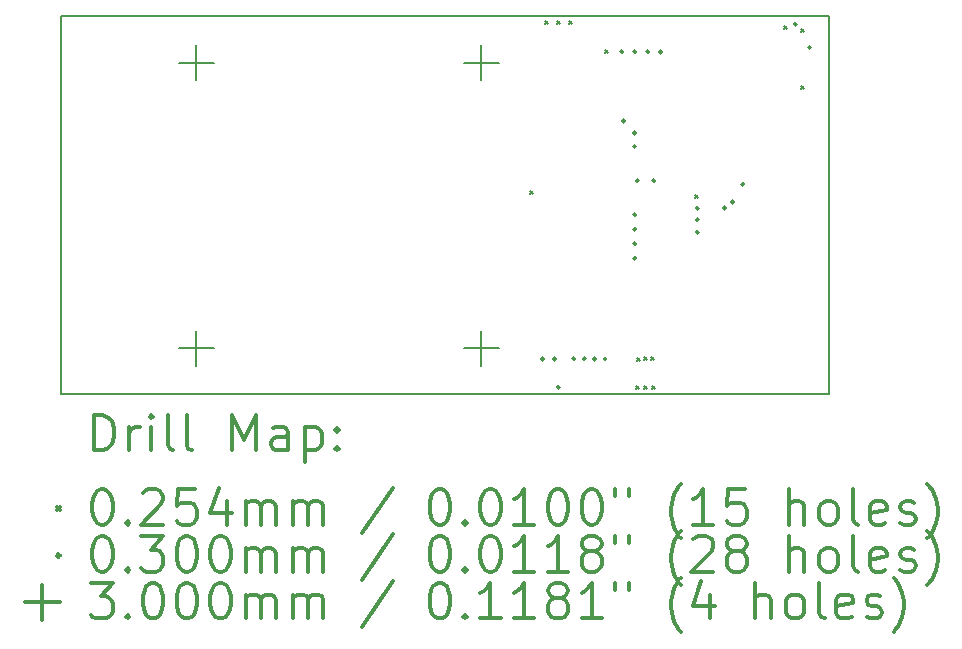
<source format=gbr>
%FSLAX45Y45*%
G04 Gerber Fmt 4.5, Leading zero omitted, Abs format (unit mm)*
G04 Created by KiCad (PCBNEW 5.1.10-88a1d61d58~88~ubuntu20.04.1) date 2021-07-13 00:32:09*
%MOMM*%
%LPD*%
G01*
G04 APERTURE LIST*
%TA.AperFunction,Profile*%
%ADD10C,0.150000*%
%TD*%
%ADD11C,0.200000*%
%ADD12C,0.300000*%
G04 APERTURE END LIST*
D10*
X10700000Y-12600000D02*
X10700000Y-9400000D01*
X17200000Y-12600000D02*
X10700000Y-12600000D01*
X17200000Y-9400000D02*
X17200000Y-12600000D01*
X10700000Y-9400000D02*
X17200000Y-9400000D01*
D11*
X14670300Y-10881300D02*
X14695700Y-10906700D01*
X14695700Y-10881300D02*
X14670300Y-10906700D01*
X14795242Y-9442272D02*
X14820642Y-9467672D01*
X14820642Y-9442272D02*
X14795242Y-9467672D01*
X14897350Y-9442272D02*
X14922750Y-9467672D01*
X14922750Y-9442272D02*
X14897350Y-9467672D01*
X15004284Y-9442272D02*
X15029684Y-9467672D01*
X15029684Y-9442272D02*
X15004284Y-9467672D01*
X15303750Y-9686874D02*
X15329150Y-9712274D01*
X15329150Y-9686874D02*
X15303750Y-9712274D01*
X15569434Y-12526340D02*
X15594834Y-12551740D01*
X15594834Y-12526340D02*
X15569434Y-12551740D01*
X15576038Y-12287580D02*
X15601438Y-12312980D01*
X15601438Y-12287580D02*
X15576038Y-12312980D01*
X15634839Y-12527991D02*
X15660239Y-12553391D01*
X15660239Y-12527991D02*
X15634839Y-12553391D01*
X15637125Y-12285548D02*
X15662525Y-12310948D01*
X15662525Y-12285548D02*
X15637125Y-12310948D01*
X15698212Y-12286564D02*
X15723612Y-12311964D01*
X15723612Y-12286564D02*
X15698212Y-12311964D01*
X15700244Y-12529642D02*
X15725644Y-12555042D01*
X15725644Y-12529642D02*
X15700244Y-12555042D01*
X16067020Y-10909376D02*
X16092420Y-10934776D01*
X16092420Y-10909376D02*
X16067020Y-10934776D01*
X16820892Y-9479102D02*
X16846292Y-9504502D01*
X16846292Y-9479102D02*
X16820892Y-9504502D01*
X16962300Y-9507300D02*
X16987700Y-9532700D01*
X16987700Y-9507300D02*
X16962300Y-9532700D01*
X16962300Y-9992300D02*
X16987700Y-10017700D01*
X16987700Y-9992300D02*
X16962300Y-10017700D01*
X14792208Y-12299264D02*
G75*
G03*
X14792208Y-12299264I-15000J0D01*
G01*
X14892328Y-12299375D02*
G75*
G03*
X14892328Y-12299375I-15000J0D01*
G01*
X14924796Y-12539802D02*
G75*
G03*
X14924796Y-12539802I-15000J0D01*
G01*
X15057384Y-12298756D02*
G75*
G03*
X15057384Y-12298756I-15000J0D01*
G01*
X15145268Y-12299264D02*
G75*
G03*
X15145268Y-12299264I-15000J0D01*
G01*
X15233152Y-12300788D02*
G75*
G03*
X15233152Y-12300788I-15000J0D01*
G01*
X15321036Y-12300026D02*
G75*
G03*
X15321036Y-12300026I-15000J0D01*
G01*
X15464292Y-9698558D02*
G75*
G03*
X15464292Y-9698558I-15000J0D01*
G01*
X15476484Y-10286060D02*
G75*
G03*
X15476484Y-10286060I-15000J0D01*
G01*
X15570464Y-10388422D02*
G75*
G03*
X15570464Y-10388422I-15000J0D01*
G01*
X15570718Y-10501452D02*
G75*
G03*
X15570718Y-10501452I-15000J0D01*
G01*
X15571226Y-11079048D02*
G75*
G03*
X15571226Y-11079048I-15000J0D01*
G01*
X15571226Y-11201561D02*
G75*
G03*
X15571226Y-11201561I-15000J0D01*
G01*
X15571226Y-11324073D02*
G75*
G03*
X15571226Y-11324073I-15000J0D01*
G01*
X15571226Y-11446586D02*
G75*
G03*
X15571226Y-11446586I-15000J0D01*
G01*
X15573512Y-9699574D02*
G75*
G03*
X15573512Y-9699574I-15000J0D01*
G01*
X15594086Y-10789488D02*
G75*
G03*
X15594086Y-10789488I-15000J0D01*
G01*
X15682732Y-9700082D02*
G75*
G03*
X15682732Y-9700082I-15000J0D01*
G01*
X15733786Y-10789234D02*
G75*
G03*
X15733786Y-10789234I-15000J0D01*
G01*
X15791952Y-9699828D02*
G75*
G03*
X15791952Y-9699828I-15000J0D01*
G01*
X16101000Y-11122000D02*
G75*
G03*
X16101000Y-11122000I-15000J0D01*
G01*
X16101578Y-11021682D02*
G75*
G03*
X16101578Y-11021682I-15000J0D01*
G01*
X16101578Y-11227600D02*
G75*
G03*
X16101578Y-11227600I-15000J0D01*
G01*
X16331956Y-11022152D02*
G75*
G03*
X16331956Y-11022152I-15000J0D01*
G01*
X16400790Y-10971860D02*
G75*
G03*
X16400790Y-10971860I-15000J0D01*
G01*
X16487912Y-10821238D02*
G75*
G03*
X16487912Y-10821238I-15000J0D01*
G01*
X16932920Y-9465640D02*
G75*
G03*
X16932920Y-9465640I-15000J0D01*
G01*
X17053062Y-9661728D02*
G75*
G03*
X17053062Y-9661728I-15000J0D01*
G01*
X11845000Y-9640000D02*
X11845000Y-9940000D01*
X11695000Y-9790000D02*
X11995000Y-9790000D01*
X11845000Y-12060000D02*
X11845000Y-12360000D01*
X11695000Y-12210000D02*
X11995000Y-12210000D01*
X14260000Y-9640000D02*
X14260000Y-9940000D01*
X14110000Y-9790000D02*
X14410000Y-9790000D01*
X14260000Y-12060000D02*
X14260000Y-12360000D01*
X14110000Y-12210000D02*
X14410000Y-12210000D01*
D12*
X10978928Y-13073214D02*
X10978928Y-12773214D01*
X11050357Y-12773214D01*
X11093214Y-12787500D01*
X11121786Y-12816071D01*
X11136071Y-12844643D01*
X11150357Y-12901786D01*
X11150357Y-12944643D01*
X11136071Y-13001786D01*
X11121786Y-13030357D01*
X11093214Y-13058929D01*
X11050357Y-13073214D01*
X10978928Y-13073214D01*
X11278928Y-13073214D02*
X11278928Y-12873214D01*
X11278928Y-12930357D02*
X11293214Y-12901786D01*
X11307500Y-12887500D01*
X11336071Y-12873214D01*
X11364643Y-12873214D01*
X11464643Y-13073214D02*
X11464643Y-12873214D01*
X11464643Y-12773214D02*
X11450357Y-12787500D01*
X11464643Y-12801786D01*
X11478928Y-12787500D01*
X11464643Y-12773214D01*
X11464643Y-12801786D01*
X11650357Y-13073214D02*
X11621786Y-13058929D01*
X11607500Y-13030357D01*
X11607500Y-12773214D01*
X11807500Y-13073214D02*
X11778928Y-13058929D01*
X11764643Y-13030357D01*
X11764643Y-12773214D01*
X12150357Y-13073214D02*
X12150357Y-12773214D01*
X12250357Y-12987500D01*
X12350357Y-12773214D01*
X12350357Y-13073214D01*
X12621786Y-13073214D02*
X12621786Y-12916071D01*
X12607500Y-12887500D01*
X12578928Y-12873214D01*
X12521786Y-12873214D01*
X12493214Y-12887500D01*
X12621786Y-13058929D02*
X12593214Y-13073214D01*
X12521786Y-13073214D01*
X12493214Y-13058929D01*
X12478928Y-13030357D01*
X12478928Y-13001786D01*
X12493214Y-12973214D01*
X12521786Y-12958929D01*
X12593214Y-12958929D01*
X12621786Y-12944643D01*
X12764643Y-12873214D02*
X12764643Y-13173214D01*
X12764643Y-12887500D02*
X12793214Y-12873214D01*
X12850357Y-12873214D01*
X12878928Y-12887500D01*
X12893214Y-12901786D01*
X12907500Y-12930357D01*
X12907500Y-13016071D01*
X12893214Y-13044643D01*
X12878928Y-13058929D01*
X12850357Y-13073214D01*
X12793214Y-13073214D01*
X12764643Y-13058929D01*
X13036071Y-13044643D02*
X13050357Y-13058929D01*
X13036071Y-13073214D01*
X13021786Y-13058929D01*
X13036071Y-13044643D01*
X13036071Y-13073214D01*
X13036071Y-12887500D02*
X13050357Y-12901786D01*
X13036071Y-12916071D01*
X13021786Y-12901786D01*
X13036071Y-12887500D01*
X13036071Y-12916071D01*
X10667100Y-13554800D02*
X10692500Y-13580200D01*
X10692500Y-13554800D02*
X10667100Y-13580200D01*
X11036071Y-13403214D02*
X11064643Y-13403214D01*
X11093214Y-13417500D01*
X11107500Y-13431786D01*
X11121786Y-13460357D01*
X11136071Y-13517500D01*
X11136071Y-13588929D01*
X11121786Y-13646071D01*
X11107500Y-13674643D01*
X11093214Y-13688929D01*
X11064643Y-13703214D01*
X11036071Y-13703214D01*
X11007500Y-13688929D01*
X10993214Y-13674643D01*
X10978928Y-13646071D01*
X10964643Y-13588929D01*
X10964643Y-13517500D01*
X10978928Y-13460357D01*
X10993214Y-13431786D01*
X11007500Y-13417500D01*
X11036071Y-13403214D01*
X11264643Y-13674643D02*
X11278928Y-13688929D01*
X11264643Y-13703214D01*
X11250357Y-13688929D01*
X11264643Y-13674643D01*
X11264643Y-13703214D01*
X11393214Y-13431786D02*
X11407500Y-13417500D01*
X11436071Y-13403214D01*
X11507500Y-13403214D01*
X11536071Y-13417500D01*
X11550357Y-13431786D01*
X11564643Y-13460357D01*
X11564643Y-13488929D01*
X11550357Y-13531786D01*
X11378928Y-13703214D01*
X11564643Y-13703214D01*
X11836071Y-13403214D02*
X11693214Y-13403214D01*
X11678928Y-13546071D01*
X11693214Y-13531786D01*
X11721786Y-13517500D01*
X11793214Y-13517500D01*
X11821786Y-13531786D01*
X11836071Y-13546071D01*
X11850357Y-13574643D01*
X11850357Y-13646071D01*
X11836071Y-13674643D01*
X11821786Y-13688929D01*
X11793214Y-13703214D01*
X11721786Y-13703214D01*
X11693214Y-13688929D01*
X11678928Y-13674643D01*
X12107500Y-13503214D02*
X12107500Y-13703214D01*
X12036071Y-13388929D02*
X11964643Y-13603214D01*
X12150357Y-13603214D01*
X12264643Y-13703214D02*
X12264643Y-13503214D01*
X12264643Y-13531786D02*
X12278928Y-13517500D01*
X12307500Y-13503214D01*
X12350357Y-13503214D01*
X12378928Y-13517500D01*
X12393214Y-13546071D01*
X12393214Y-13703214D01*
X12393214Y-13546071D02*
X12407500Y-13517500D01*
X12436071Y-13503214D01*
X12478928Y-13503214D01*
X12507500Y-13517500D01*
X12521786Y-13546071D01*
X12521786Y-13703214D01*
X12664643Y-13703214D02*
X12664643Y-13503214D01*
X12664643Y-13531786D02*
X12678928Y-13517500D01*
X12707500Y-13503214D01*
X12750357Y-13503214D01*
X12778928Y-13517500D01*
X12793214Y-13546071D01*
X12793214Y-13703214D01*
X12793214Y-13546071D02*
X12807500Y-13517500D01*
X12836071Y-13503214D01*
X12878928Y-13503214D01*
X12907500Y-13517500D01*
X12921786Y-13546071D01*
X12921786Y-13703214D01*
X13507500Y-13388929D02*
X13250357Y-13774643D01*
X13893214Y-13403214D02*
X13921786Y-13403214D01*
X13950357Y-13417500D01*
X13964643Y-13431786D01*
X13978928Y-13460357D01*
X13993214Y-13517500D01*
X13993214Y-13588929D01*
X13978928Y-13646071D01*
X13964643Y-13674643D01*
X13950357Y-13688929D01*
X13921786Y-13703214D01*
X13893214Y-13703214D01*
X13864643Y-13688929D01*
X13850357Y-13674643D01*
X13836071Y-13646071D01*
X13821786Y-13588929D01*
X13821786Y-13517500D01*
X13836071Y-13460357D01*
X13850357Y-13431786D01*
X13864643Y-13417500D01*
X13893214Y-13403214D01*
X14121786Y-13674643D02*
X14136071Y-13688929D01*
X14121786Y-13703214D01*
X14107500Y-13688929D01*
X14121786Y-13674643D01*
X14121786Y-13703214D01*
X14321786Y-13403214D02*
X14350357Y-13403214D01*
X14378928Y-13417500D01*
X14393214Y-13431786D01*
X14407500Y-13460357D01*
X14421786Y-13517500D01*
X14421786Y-13588929D01*
X14407500Y-13646071D01*
X14393214Y-13674643D01*
X14378928Y-13688929D01*
X14350357Y-13703214D01*
X14321786Y-13703214D01*
X14293214Y-13688929D01*
X14278928Y-13674643D01*
X14264643Y-13646071D01*
X14250357Y-13588929D01*
X14250357Y-13517500D01*
X14264643Y-13460357D01*
X14278928Y-13431786D01*
X14293214Y-13417500D01*
X14321786Y-13403214D01*
X14707500Y-13703214D02*
X14536071Y-13703214D01*
X14621786Y-13703214D02*
X14621786Y-13403214D01*
X14593214Y-13446071D01*
X14564643Y-13474643D01*
X14536071Y-13488929D01*
X14893214Y-13403214D02*
X14921786Y-13403214D01*
X14950357Y-13417500D01*
X14964643Y-13431786D01*
X14978928Y-13460357D01*
X14993214Y-13517500D01*
X14993214Y-13588929D01*
X14978928Y-13646071D01*
X14964643Y-13674643D01*
X14950357Y-13688929D01*
X14921786Y-13703214D01*
X14893214Y-13703214D01*
X14864643Y-13688929D01*
X14850357Y-13674643D01*
X14836071Y-13646071D01*
X14821786Y-13588929D01*
X14821786Y-13517500D01*
X14836071Y-13460357D01*
X14850357Y-13431786D01*
X14864643Y-13417500D01*
X14893214Y-13403214D01*
X15178928Y-13403214D02*
X15207500Y-13403214D01*
X15236071Y-13417500D01*
X15250357Y-13431786D01*
X15264643Y-13460357D01*
X15278928Y-13517500D01*
X15278928Y-13588929D01*
X15264643Y-13646071D01*
X15250357Y-13674643D01*
X15236071Y-13688929D01*
X15207500Y-13703214D01*
X15178928Y-13703214D01*
X15150357Y-13688929D01*
X15136071Y-13674643D01*
X15121786Y-13646071D01*
X15107500Y-13588929D01*
X15107500Y-13517500D01*
X15121786Y-13460357D01*
X15136071Y-13431786D01*
X15150357Y-13417500D01*
X15178928Y-13403214D01*
X15393214Y-13403214D02*
X15393214Y-13460357D01*
X15507500Y-13403214D02*
X15507500Y-13460357D01*
X15950357Y-13817500D02*
X15936071Y-13803214D01*
X15907500Y-13760357D01*
X15893214Y-13731786D01*
X15878928Y-13688929D01*
X15864643Y-13617500D01*
X15864643Y-13560357D01*
X15878928Y-13488929D01*
X15893214Y-13446071D01*
X15907500Y-13417500D01*
X15936071Y-13374643D01*
X15950357Y-13360357D01*
X16221786Y-13703214D02*
X16050357Y-13703214D01*
X16136071Y-13703214D02*
X16136071Y-13403214D01*
X16107500Y-13446071D01*
X16078928Y-13474643D01*
X16050357Y-13488929D01*
X16493214Y-13403214D02*
X16350357Y-13403214D01*
X16336071Y-13546071D01*
X16350357Y-13531786D01*
X16378928Y-13517500D01*
X16450357Y-13517500D01*
X16478928Y-13531786D01*
X16493214Y-13546071D01*
X16507500Y-13574643D01*
X16507500Y-13646071D01*
X16493214Y-13674643D01*
X16478928Y-13688929D01*
X16450357Y-13703214D01*
X16378928Y-13703214D01*
X16350357Y-13688929D01*
X16336071Y-13674643D01*
X16864643Y-13703214D02*
X16864643Y-13403214D01*
X16993214Y-13703214D02*
X16993214Y-13546071D01*
X16978928Y-13517500D01*
X16950357Y-13503214D01*
X16907500Y-13503214D01*
X16878928Y-13517500D01*
X16864643Y-13531786D01*
X17178928Y-13703214D02*
X17150357Y-13688929D01*
X17136071Y-13674643D01*
X17121786Y-13646071D01*
X17121786Y-13560357D01*
X17136071Y-13531786D01*
X17150357Y-13517500D01*
X17178928Y-13503214D01*
X17221786Y-13503214D01*
X17250357Y-13517500D01*
X17264643Y-13531786D01*
X17278928Y-13560357D01*
X17278928Y-13646071D01*
X17264643Y-13674643D01*
X17250357Y-13688929D01*
X17221786Y-13703214D01*
X17178928Y-13703214D01*
X17450357Y-13703214D02*
X17421786Y-13688929D01*
X17407500Y-13660357D01*
X17407500Y-13403214D01*
X17678928Y-13688929D02*
X17650357Y-13703214D01*
X17593214Y-13703214D01*
X17564643Y-13688929D01*
X17550357Y-13660357D01*
X17550357Y-13546071D01*
X17564643Y-13517500D01*
X17593214Y-13503214D01*
X17650357Y-13503214D01*
X17678928Y-13517500D01*
X17693214Y-13546071D01*
X17693214Y-13574643D01*
X17550357Y-13603214D01*
X17807500Y-13688929D02*
X17836071Y-13703214D01*
X17893214Y-13703214D01*
X17921786Y-13688929D01*
X17936071Y-13660357D01*
X17936071Y-13646071D01*
X17921786Y-13617500D01*
X17893214Y-13603214D01*
X17850357Y-13603214D01*
X17821786Y-13588929D01*
X17807500Y-13560357D01*
X17807500Y-13546071D01*
X17821786Y-13517500D01*
X17850357Y-13503214D01*
X17893214Y-13503214D01*
X17921786Y-13517500D01*
X18036071Y-13817500D02*
X18050357Y-13803214D01*
X18078928Y-13760357D01*
X18093214Y-13731786D01*
X18107500Y-13688929D01*
X18121786Y-13617500D01*
X18121786Y-13560357D01*
X18107500Y-13488929D01*
X18093214Y-13446071D01*
X18078928Y-13417500D01*
X18050357Y-13374643D01*
X18036071Y-13360357D01*
X10692500Y-13963500D02*
G75*
G03*
X10692500Y-13963500I-15000J0D01*
G01*
X11036071Y-13799214D02*
X11064643Y-13799214D01*
X11093214Y-13813500D01*
X11107500Y-13827786D01*
X11121786Y-13856357D01*
X11136071Y-13913500D01*
X11136071Y-13984929D01*
X11121786Y-14042071D01*
X11107500Y-14070643D01*
X11093214Y-14084929D01*
X11064643Y-14099214D01*
X11036071Y-14099214D01*
X11007500Y-14084929D01*
X10993214Y-14070643D01*
X10978928Y-14042071D01*
X10964643Y-13984929D01*
X10964643Y-13913500D01*
X10978928Y-13856357D01*
X10993214Y-13827786D01*
X11007500Y-13813500D01*
X11036071Y-13799214D01*
X11264643Y-14070643D02*
X11278928Y-14084929D01*
X11264643Y-14099214D01*
X11250357Y-14084929D01*
X11264643Y-14070643D01*
X11264643Y-14099214D01*
X11378928Y-13799214D02*
X11564643Y-13799214D01*
X11464643Y-13913500D01*
X11507500Y-13913500D01*
X11536071Y-13927786D01*
X11550357Y-13942071D01*
X11564643Y-13970643D01*
X11564643Y-14042071D01*
X11550357Y-14070643D01*
X11536071Y-14084929D01*
X11507500Y-14099214D01*
X11421786Y-14099214D01*
X11393214Y-14084929D01*
X11378928Y-14070643D01*
X11750357Y-13799214D02*
X11778928Y-13799214D01*
X11807500Y-13813500D01*
X11821786Y-13827786D01*
X11836071Y-13856357D01*
X11850357Y-13913500D01*
X11850357Y-13984929D01*
X11836071Y-14042071D01*
X11821786Y-14070643D01*
X11807500Y-14084929D01*
X11778928Y-14099214D01*
X11750357Y-14099214D01*
X11721786Y-14084929D01*
X11707500Y-14070643D01*
X11693214Y-14042071D01*
X11678928Y-13984929D01*
X11678928Y-13913500D01*
X11693214Y-13856357D01*
X11707500Y-13827786D01*
X11721786Y-13813500D01*
X11750357Y-13799214D01*
X12036071Y-13799214D02*
X12064643Y-13799214D01*
X12093214Y-13813500D01*
X12107500Y-13827786D01*
X12121786Y-13856357D01*
X12136071Y-13913500D01*
X12136071Y-13984929D01*
X12121786Y-14042071D01*
X12107500Y-14070643D01*
X12093214Y-14084929D01*
X12064643Y-14099214D01*
X12036071Y-14099214D01*
X12007500Y-14084929D01*
X11993214Y-14070643D01*
X11978928Y-14042071D01*
X11964643Y-13984929D01*
X11964643Y-13913500D01*
X11978928Y-13856357D01*
X11993214Y-13827786D01*
X12007500Y-13813500D01*
X12036071Y-13799214D01*
X12264643Y-14099214D02*
X12264643Y-13899214D01*
X12264643Y-13927786D02*
X12278928Y-13913500D01*
X12307500Y-13899214D01*
X12350357Y-13899214D01*
X12378928Y-13913500D01*
X12393214Y-13942071D01*
X12393214Y-14099214D01*
X12393214Y-13942071D02*
X12407500Y-13913500D01*
X12436071Y-13899214D01*
X12478928Y-13899214D01*
X12507500Y-13913500D01*
X12521786Y-13942071D01*
X12521786Y-14099214D01*
X12664643Y-14099214D02*
X12664643Y-13899214D01*
X12664643Y-13927786D02*
X12678928Y-13913500D01*
X12707500Y-13899214D01*
X12750357Y-13899214D01*
X12778928Y-13913500D01*
X12793214Y-13942071D01*
X12793214Y-14099214D01*
X12793214Y-13942071D02*
X12807500Y-13913500D01*
X12836071Y-13899214D01*
X12878928Y-13899214D01*
X12907500Y-13913500D01*
X12921786Y-13942071D01*
X12921786Y-14099214D01*
X13507500Y-13784929D02*
X13250357Y-14170643D01*
X13893214Y-13799214D02*
X13921786Y-13799214D01*
X13950357Y-13813500D01*
X13964643Y-13827786D01*
X13978928Y-13856357D01*
X13993214Y-13913500D01*
X13993214Y-13984929D01*
X13978928Y-14042071D01*
X13964643Y-14070643D01*
X13950357Y-14084929D01*
X13921786Y-14099214D01*
X13893214Y-14099214D01*
X13864643Y-14084929D01*
X13850357Y-14070643D01*
X13836071Y-14042071D01*
X13821786Y-13984929D01*
X13821786Y-13913500D01*
X13836071Y-13856357D01*
X13850357Y-13827786D01*
X13864643Y-13813500D01*
X13893214Y-13799214D01*
X14121786Y-14070643D02*
X14136071Y-14084929D01*
X14121786Y-14099214D01*
X14107500Y-14084929D01*
X14121786Y-14070643D01*
X14121786Y-14099214D01*
X14321786Y-13799214D02*
X14350357Y-13799214D01*
X14378928Y-13813500D01*
X14393214Y-13827786D01*
X14407500Y-13856357D01*
X14421786Y-13913500D01*
X14421786Y-13984929D01*
X14407500Y-14042071D01*
X14393214Y-14070643D01*
X14378928Y-14084929D01*
X14350357Y-14099214D01*
X14321786Y-14099214D01*
X14293214Y-14084929D01*
X14278928Y-14070643D01*
X14264643Y-14042071D01*
X14250357Y-13984929D01*
X14250357Y-13913500D01*
X14264643Y-13856357D01*
X14278928Y-13827786D01*
X14293214Y-13813500D01*
X14321786Y-13799214D01*
X14707500Y-14099214D02*
X14536071Y-14099214D01*
X14621786Y-14099214D02*
X14621786Y-13799214D01*
X14593214Y-13842071D01*
X14564643Y-13870643D01*
X14536071Y-13884929D01*
X14993214Y-14099214D02*
X14821786Y-14099214D01*
X14907500Y-14099214D02*
X14907500Y-13799214D01*
X14878928Y-13842071D01*
X14850357Y-13870643D01*
X14821786Y-13884929D01*
X15164643Y-13927786D02*
X15136071Y-13913500D01*
X15121786Y-13899214D01*
X15107500Y-13870643D01*
X15107500Y-13856357D01*
X15121786Y-13827786D01*
X15136071Y-13813500D01*
X15164643Y-13799214D01*
X15221786Y-13799214D01*
X15250357Y-13813500D01*
X15264643Y-13827786D01*
X15278928Y-13856357D01*
X15278928Y-13870643D01*
X15264643Y-13899214D01*
X15250357Y-13913500D01*
X15221786Y-13927786D01*
X15164643Y-13927786D01*
X15136071Y-13942071D01*
X15121786Y-13956357D01*
X15107500Y-13984929D01*
X15107500Y-14042071D01*
X15121786Y-14070643D01*
X15136071Y-14084929D01*
X15164643Y-14099214D01*
X15221786Y-14099214D01*
X15250357Y-14084929D01*
X15264643Y-14070643D01*
X15278928Y-14042071D01*
X15278928Y-13984929D01*
X15264643Y-13956357D01*
X15250357Y-13942071D01*
X15221786Y-13927786D01*
X15393214Y-13799214D02*
X15393214Y-13856357D01*
X15507500Y-13799214D02*
X15507500Y-13856357D01*
X15950357Y-14213500D02*
X15936071Y-14199214D01*
X15907500Y-14156357D01*
X15893214Y-14127786D01*
X15878928Y-14084929D01*
X15864643Y-14013500D01*
X15864643Y-13956357D01*
X15878928Y-13884929D01*
X15893214Y-13842071D01*
X15907500Y-13813500D01*
X15936071Y-13770643D01*
X15950357Y-13756357D01*
X16050357Y-13827786D02*
X16064643Y-13813500D01*
X16093214Y-13799214D01*
X16164643Y-13799214D01*
X16193214Y-13813500D01*
X16207500Y-13827786D01*
X16221786Y-13856357D01*
X16221786Y-13884929D01*
X16207500Y-13927786D01*
X16036071Y-14099214D01*
X16221786Y-14099214D01*
X16393214Y-13927786D02*
X16364643Y-13913500D01*
X16350357Y-13899214D01*
X16336071Y-13870643D01*
X16336071Y-13856357D01*
X16350357Y-13827786D01*
X16364643Y-13813500D01*
X16393214Y-13799214D01*
X16450357Y-13799214D01*
X16478928Y-13813500D01*
X16493214Y-13827786D01*
X16507500Y-13856357D01*
X16507500Y-13870643D01*
X16493214Y-13899214D01*
X16478928Y-13913500D01*
X16450357Y-13927786D01*
X16393214Y-13927786D01*
X16364643Y-13942071D01*
X16350357Y-13956357D01*
X16336071Y-13984929D01*
X16336071Y-14042071D01*
X16350357Y-14070643D01*
X16364643Y-14084929D01*
X16393214Y-14099214D01*
X16450357Y-14099214D01*
X16478928Y-14084929D01*
X16493214Y-14070643D01*
X16507500Y-14042071D01*
X16507500Y-13984929D01*
X16493214Y-13956357D01*
X16478928Y-13942071D01*
X16450357Y-13927786D01*
X16864643Y-14099214D02*
X16864643Y-13799214D01*
X16993214Y-14099214D02*
X16993214Y-13942071D01*
X16978928Y-13913500D01*
X16950357Y-13899214D01*
X16907500Y-13899214D01*
X16878928Y-13913500D01*
X16864643Y-13927786D01*
X17178928Y-14099214D02*
X17150357Y-14084929D01*
X17136071Y-14070643D01*
X17121786Y-14042071D01*
X17121786Y-13956357D01*
X17136071Y-13927786D01*
X17150357Y-13913500D01*
X17178928Y-13899214D01*
X17221786Y-13899214D01*
X17250357Y-13913500D01*
X17264643Y-13927786D01*
X17278928Y-13956357D01*
X17278928Y-14042071D01*
X17264643Y-14070643D01*
X17250357Y-14084929D01*
X17221786Y-14099214D01*
X17178928Y-14099214D01*
X17450357Y-14099214D02*
X17421786Y-14084929D01*
X17407500Y-14056357D01*
X17407500Y-13799214D01*
X17678928Y-14084929D02*
X17650357Y-14099214D01*
X17593214Y-14099214D01*
X17564643Y-14084929D01*
X17550357Y-14056357D01*
X17550357Y-13942071D01*
X17564643Y-13913500D01*
X17593214Y-13899214D01*
X17650357Y-13899214D01*
X17678928Y-13913500D01*
X17693214Y-13942071D01*
X17693214Y-13970643D01*
X17550357Y-13999214D01*
X17807500Y-14084929D02*
X17836071Y-14099214D01*
X17893214Y-14099214D01*
X17921786Y-14084929D01*
X17936071Y-14056357D01*
X17936071Y-14042071D01*
X17921786Y-14013500D01*
X17893214Y-13999214D01*
X17850357Y-13999214D01*
X17821786Y-13984929D01*
X17807500Y-13956357D01*
X17807500Y-13942071D01*
X17821786Y-13913500D01*
X17850357Y-13899214D01*
X17893214Y-13899214D01*
X17921786Y-13913500D01*
X18036071Y-14213500D02*
X18050357Y-14199214D01*
X18078928Y-14156357D01*
X18093214Y-14127786D01*
X18107500Y-14084929D01*
X18121786Y-14013500D01*
X18121786Y-13956357D01*
X18107500Y-13884929D01*
X18093214Y-13842071D01*
X18078928Y-13813500D01*
X18050357Y-13770643D01*
X18036071Y-13756357D01*
X10542500Y-14209500D02*
X10542500Y-14509500D01*
X10392500Y-14359500D02*
X10692500Y-14359500D01*
X10950357Y-14195214D02*
X11136071Y-14195214D01*
X11036071Y-14309500D01*
X11078928Y-14309500D01*
X11107500Y-14323786D01*
X11121786Y-14338071D01*
X11136071Y-14366643D01*
X11136071Y-14438071D01*
X11121786Y-14466643D01*
X11107500Y-14480929D01*
X11078928Y-14495214D01*
X10993214Y-14495214D01*
X10964643Y-14480929D01*
X10950357Y-14466643D01*
X11264643Y-14466643D02*
X11278928Y-14480929D01*
X11264643Y-14495214D01*
X11250357Y-14480929D01*
X11264643Y-14466643D01*
X11264643Y-14495214D01*
X11464643Y-14195214D02*
X11493214Y-14195214D01*
X11521786Y-14209500D01*
X11536071Y-14223786D01*
X11550357Y-14252357D01*
X11564643Y-14309500D01*
X11564643Y-14380929D01*
X11550357Y-14438071D01*
X11536071Y-14466643D01*
X11521786Y-14480929D01*
X11493214Y-14495214D01*
X11464643Y-14495214D01*
X11436071Y-14480929D01*
X11421786Y-14466643D01*
X11407500Y-14438071D01*
X11393214Y-14380929D01*
X11393214Y-14309500D01*
X11407500Y-14252357D01*
X11421786Y-14223786D01*
X11436071Y-14209500D01*
X11464643Y-14195214D01*
X11750357Y-14195214D02*
X11778928Y-14195214D01*
X11807500Y-14209500D01*
X11821786Y-14223786D01*
X11836071Y-14252357D01*
X11850357Y-14309500D01*
X11850357Y-14380929D01*
X11836071Y-14438071D01*
X11821786Y-14466643D01*
X11807500Y-14480929D01*
X11778928Y-14495214D01*
X11750357Y-14495214D01*
X11721786Y-14480929D01*
X11707500Y-14466643D01*
X11693214Y-14438071D01*
X11678928Y-14380929D01*
X11678928Y-14309500D01*
X11693214Y-14252357D01*
X11707500Y-14223786D01*
X11721786Y-14209500D01*
X11750357Y-14195214D01*
X12036071Y-14195214D02*
X12064643Y-14195214D01*
X12093214Y-14209500D01*
X12107500Y-14223786D01*
X12121786Y-14252357D01*
X12136071Y-14309500D01*
X12136071Y-14380929D01*
X12121786Y-14438071D01*
X12107500Y-14466643D01*
X12093214Y-14480929D01*
X12064643Y-14495214D01*
X12036071Y-14495214D01*
X12007500Y-14480929D01*
X11993214Y-14466643D01*
X11978928Y-14438071D01*
X11964643Y-14380929D01*
X11964643Y-14309500D01*
X11978928Y-14252357D01*
X11993214Y-14223786D01*
X12007500Y-14209500D01*
X12036071Y-14195214D01*
X12264643Y-14495214D02*
X12264643Y-14295214D01*
X12264643Y-14323786D02*
X12278928Y-14309500D01*
X12307500Y-14295214D01*
X12350357Y-14295214D01*
X12378928Y-14309500D01*
X12393214Y-14338071D01*
X12393214Y-14495214D01*
X12393214Y-14338071D02*
X12407500Y-14309500D01*
X12436071Y-14295214D01*
X12478928Y-14295214D01*
X12507500Y-14309500D01*
X12521786Y-14338071D01*
X12521786Y-14495214D01*
X12664643Y-14495214D02*
X12664643Y-14295214D01*
X12664643Y-14323786D02*
X12678928Y-14309500D01*
X12707500Y-14295214D01*
X12750357Y-14295214D01*
X12778928Y-14309500D01*
X12793214Y-14338071D01*
X12793214Y-14495214D01*
X12793214Y-14338071D02*
X12807500Y-14309500D01*
X12836071Y-14295214D01*
X12878928Y-14295214D01*
X12907500Y-14309500D01*
X12921786Y-14338071D01*
X12921786Y-14495214D01*
X13507500Y-14180929D02*
X13250357Y-14566643D01*
X13893214Y-14195214D02*
X13921786Y-14195214D01*
X13950357Y-14209500D01*
X13964643Y-14223786D01*
X13978928Y-14252357D01*
X13993214Y-14309500D01*
X13993214Y-14380929D01*
X13978928Y-14438071D01*
X13964643Y-14466643D01*
X13950357Y-14480929D01*
X13921786Y-14495214D01*
X13893214Y-14495214D01*
X13864643Y-14480929D01*
X13850357Y-14466643D01*
X13836071Y-14438071D01*
X13821786Y-14380929D01*
X13821786Y-14309500D01*
X13836071Y-14252357D01*
X13850357Y-14223786D01*
X13864643Y-14209500D01*
X13893214Y-14195214D01*
X14121786Y-14466643D02*
X14136071Y-14480929D01*
X14121786Y-14495214D01*
X14107500Y-14480929D01*
X14121786Y-14466643D01*
X14121786Y-14495214D01*
X14421786Y-14495214D02*
X14250357Y-14495214D01*
X14336071Y-14495214D02*
X14336071Y-14195214D01*
X14307500Y-14238071D01*
X14278928Y-14266643D01*
X14250357Y-14280929D01*
X14707500Y-14495214D02*
X14536071Y-14495214D01*
X14621786Y-14495214D02*
X14621786Y-14195214D01*
X14593214Y-14238071D01*
X14564643Y-14266643D01*
X14536071Y-14280929D01*
X14878928Y-14323786D02*
X14850357Y-14309500D01*
X14836071Y-14295214D01*
X14821786Y-14266643D01*
X14821786Y-14252357D01*
X14836071Y-14223786D01*
X14850357Y-14209500D01*
X14878928Y-14195214D01*
X14936071Y-14195214D01*
X14964643Y-14209500D01*
X14978928Y-14223786D01*
X14993214Y-14252357D01*
X14993214Y-14266643D01*
X14978928Y-14295214D01*
X14964643Y-14309500D01*
X14936071Y-14323786D01*
X14878928Y-14323786D01*
X14850357Y-14338071D01*
X14836071Y-14352357D01*
X14821786Y-14380929D01*
X14821786Y-14438071D01*
X14836071Y-14466643D01*
X14850357Y-14480929D01*
X14878928Y-14495214D01*
X14936071Y-14495214D01*
X14964643Y-14480929D01*
X14978928Y-14466643D01*
X14993214Y-14438071D01*
X14993214Y-14380929D01*
X14978928Y-14352357D01*
X14964643Y-14338071D01*
X14936071Y-14323786D01*
X15278928Y-14495214D02*
X15107500Y-14495214D01*
X15193214Y-14495214D02*
X15193214Y-14195214D01*
X15164643Y-14238071D01*
X15136071Y-14266643D01*
X15107500Y-14280929D01*
X15393214Y-14195214D02*
X15393214Y-14252357D01*
X15507500Y-14195214D02*
X15507500Y-14252357D01*
X15950357Y-14609500D02*
X15936071Y-14595214D01*
X15907500Y-14552357D01*
X15893214Y-14523786D01*
X15878928Y-14480929D01*
X15864643Y-14409500D01*
X15864643Y-14352357D01*
X15878928Y-14280929D01*
X15893214Y-14238071D01*
X15907500Y-14209500D01*
X15936071Y-14166643D01*
X15950357Y-14152357D01*
X16193214Y-14295214D02*
X16193214Y-14495214D01*
X16121786Y-14180929D02*
X16050357Y-14395214D01*
X16236071Y-14395214D01*
X16578928Y-14495214D02*
X16578928Y-14195214D01*
X16707500Y-14495214D02*
X16707500Y-14338071D01*
X16693214Y-14309500D01*
X16664643Y-14295214D01*
X16621786Y-14295214D01*
X16593214Y-14309500D01*
X16578928Y-14323786D01*
X16893214Y-14495214D02*
X16864643Y-14480929D01*
X16850357Y-14466643D01*
X16836071Y-14438071D01*
X16836071Y-14352357D01*
X16850357Y-14323786D01*
X16864643Y-14309500D01*
X16893214Y-14295214D01*
X16936071Y-14295214D01*
X16964643Y-14309500D01*
X16978928Y-14323786D01*
X16993214Y-14352357D01*
X16993214Y-14438071D01*
X16978928Y-14466643D01*
X16964643Y-14480929D01*
X16936071Y-14495214D01*
X16893214Y-14495214D01*
X17164643Y-14495214D02*
X17136071Y-14480929D01*
X17121786Y-14452357D01*
X17121786Y-14195214D01*
X17393214Y-14480929D02*
X17364643Y-14495214D01*
X17307500Y-14495214D01*
X17278928Y-14480929D01*
X17264643Y-14452357D01*
X17264643Y-14338071D01*
X17278928Y-14309500D01*
X17307500Y-14295214D01*
X17364643Y-14295214D01*
X17393214Y-14309500D01*
X17407500Y-14338071D01*
X17407500Y-14366643D01*
X17264643Y-14395214D01*
X17521786Y-14480929D02*
X17550357Y-14495214D01*
X17607500Y-14495214D01*
X17636071Y-14480929D01*
X17650357Y-14452357D01*
X17650357Y-14438071D01*
X17636071Y-14409500D01*
X17607500Y-14395214D01*
X17564643Y-14395214D01*
X17536071Y-14380929D01*
X17521786Y-14352357D01*
X17521786Y-14338071D01*
X17536071Y-14309500D01*
X17564643Y-14295214D01*
X17607500Y-14295214D01*
X17636071Y-14309500D01*
X17750357Y-14609500D02*
X17764643Y-14595214D01*
X17793214Y-14552357D01*
X17807500Y-14523786D01*
X17821786Y-14480929D01*
X17836071Y-14409500D01*
X17836071Y-14352357D01*
X17821786Y-14280929D01*
X17807500Y-14238071D01*
X17793214Y-14209500D01*
X17764643Y-14166643D01*
X17750357Y-14152357D01*
M02*

</source>
